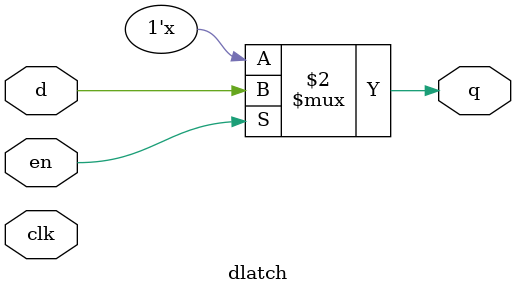
<source format=sv>
/*module dlatch(output q,qbar, input d,en);
  
  assign q = en ? d : q;
  assign qbar = ~q;
  
endmodule
*/

module dlatch(q,d,en,clk);
  input d,clk,en;
  output reg q;
  always@(en,d)
  if(en)
    q<=d;
endmodule




  
</source>
